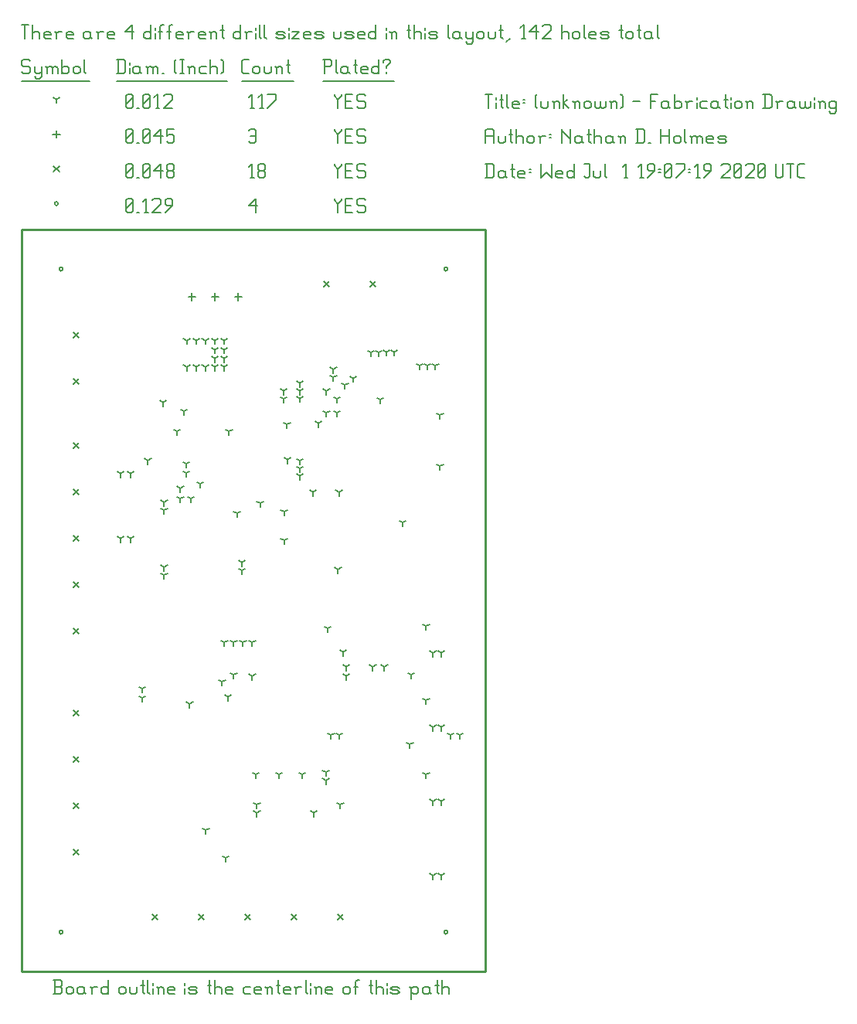
<source format=gbr>
G04 start of page 12 for group -3984 idx -3984 *
G04 Title: (unknown), fab *
G04 Creator: pcb 4.0.2 *
G04 CreationDate: Wed Jul  1 19:07:19 2020 UTC *
G04 For: ndholmes *
G04 Format: Gerber/RS-274X *
G04 PCB-Dimensions (mil): 2000.00 3200.00 *
G04 PCB-Coordinate-Origin: lower left *
%MOIN*%
%FSLAX25Y25*%
%LNFAB*%
%ADD62C,0.0100*%
%ADD61C,0.0060*%
%ADD60R,0.0080X0.0080*%
G54D60*X16200Y17000D02*G75*G03X17800Y17000I800J0D01*G01*
G75*G03X16200Y17000I-800J0D01*G01*
Y303000D02*G75*G03X17800Y303000I800J0D01*G01*
G75*G03X16200Y303000I-800J0D01*G01*
X182200D02*G75*G03X183800Y303000I800J0D01*G01*
G75*G03X182200Y303000I-800J0D01*G01*
Y17000D02*G75*G03X183800Y17000I800J0D01*G01*
G75*G03X182200Y17000I-800J0D01*G01*
X14200Y331250D02*G75*G03X15800Y331250I800J0D01*G01*
G75*G03X14200Y331250I-800J0D01*G01*
G54D61*X135000Y333500D02*Y332750D01*
X136500Y331250D01*
X138000Y332750D01*
Y333500D02*Y332750D01*
X136500Y331250D02*Y327500D01*
X139800Y330500D02*X142050D01*
X139800Y327500D02*X142800D01*
X139800Y333500D02*Y327500D01*
Y333500D02*X142800D01*
X147600D02*X148350Y332750D01*
X145350Y333500D02*X147600D01*
X144600Y332750D02*X145350Y333500D01*
X144600Y332750D02*Y331250D01*
X145350Y330500D01*
X147600D01*
X148350Y329750D01*
Y328250D01*
X147600Y327500D02*X148350Y328250D01*
X145350Y327500D02*X147600D01*
X144600Y328250D02*X145350Y327500D01*
X98000Y330500D02*X101000Y333500D01*
X98000Y330500D02*X101750D01*
X101000Y333500D02*Y327500D01*
X45000Y328250D02*X45750Y327500D01*
X45000Y332750D02*Y328250D01*
Y332750D02*X45750Y333500D01*
X47250D01*
X48000Y332750D01*
Y328250D01*
X47250Y327500D02*X48000Y328250D01*
X45750Y327500D02*X47250D01*
X45000Y329000D02*X48000Y332000D01*
X49800Y327500D02*X50550D01*
X53100D02*X54600D01*
X53850Y333500D02*Y327500D01*
X52350Y332000D02*X53850Y333500D01*
X56400Y332750D02*X57150Y333500D01*
X59400D01*
X60150Y332750D01*
Y331250D01*
X56400Y327500D02*X60150Y331250D01*
X56400Y327500D02*X60150D01*
X61950D02*X64950Y330500D01*
Y332750D02*Y330500D01*
X64200Y333500D02*X64950Y332750D01*
X62700Y333500D02*X64200D01*
X61950Y332750D02*X62700Y333500D01*
X61950Y332750D02*Y331250D01*
X62700Y330500D01*
X64950D01*
X22300Y228200D02*X24700Y225800D01*
X22300D02*X24700Y228200D01*
X22300Y208200D02*X24700Y205800D01*
X22300D02*X24700Y208200D01*
X22300Y275700D02*X24700Y273300D01*
X22300D02*X24700Y275700D01*
X22300Y255700D02*X24700Y253300D01*
X22300D02*X24700Y255700D01*
X56300Y24700D02*X58700Y22300D01*
X56300D02*X58700Y24700D01*
X76300D02*X78700Y22300D01*
X76300D02*X78700Y24700D01*
X96300D02*X98700Y22300D01*
X96300D02*X98700Y24700D01*
X22300Y188200D02*X24700Y185800D01*
X22300D02*X24700Y188200D01*
X22300Y168200D02*X24700Y165800D01*
X22300D02*X24700Y168200D01*
X22300Y148200D02*X24700Y145800D01*
X22300D02*X24700Y148200D01*
X22300Y112700D02*X24700Y110300D01*
X22300D02*X24700Y112700D01*
X22300Y92700D02*X24700Y90300D01*
X22300D02*X24700Y92700D01*
X22300Y72700D02*X24700Y70300D01*
X22300D02*X24700Y72700D01*
X22300Y52700D02*X24700Y50300D01*
X22300D02*X24700Y52700D01*
X150300Y297700D02*X152700Y295300D01*
X150300D02*X152700Y297700D01*
X130300D02*X132700Y295300D01*
X130300D02*X132700Y297700D01*
X116300Y24700D02*X118700Y22300D01*
X116300D02*X118700Y24700D01*
X136300D02*X138700Y22300D01*
X136300D02*X138700Y24700D01*
X13800Y347450D02*X16200Y345050D01*
X13800D02*X16200Y347450D01*
X135000Y348500D02*Y347750D01*
X136500Y346250D01*
X138000Y347750D01*
Y348500D02*Y347750D01*
X136500Y346250D02*Y342500D01*
X139800Y345500D02*X142050D01*
X139800Y342500D02*X142800D01*
X139800Y348500D02*Y342500D01*
Y348500D02*X142800D01*
X147600D02*X148350Y347750D01*
X145350Y348500D02*X147600D01*
X144600Y347750D02*X145350Y348500D01*
X144600Y347750D02*Y346250D01*
X145350Y345500D01*
X147600D01*
X148350Y344750D01*
Y343250D01*
X147600Y342500D02*X148350Y343250D01*
X145350Y342500D02*X147600D01*
X144600Y343250D02*X145350Y342500D01*
X98750D02*X100250D01*
X99500Y348500D02*Y342500D01*
X98000Y347000D02*X99500Y348500D01*
X102050Y343250D02*X102800Y342500D01*
X102050Y344750D02*Y343250D01*
Y344750D02*X102800Y345500D01*
X104300D01*
X105050Y344750D01*
Y343250D01*
X104300Y342500D02*X105050Y343250D01*
X102800Y342500D02*X104300D01*
X102050Y346250D02*X102800Y345500D01*
X102050Y347750D02*Y346250D01*
Y347750D02*X102800Y348500D01*
X104300D01*
X105050Y347750D01*
Y346250D01*
X104300Y345500D02*X105050Y346250D01*
X45000Y343250D02*X45750Y342500D01*
X45000Y347750D02*Y343250D01*
Y347750D02*X45750Y348500D01*
X47250D01*
X48000Y347750D01*
Y343250D01*
X47250Y342500D02*X48000Y343250D01*
X45750Y342500D02*X47250D01*
X45000Y344000D02*X48000Y347000D01*
X49800Y342500D02*X50550D01*
X52350Y343250D02*X53100Y342500D01*
X52350Y347750D02*Y343250D01*
Y347750D02*X53100Y348500D01*
X54600D01*
X55350Y347750D01*
Y343250D01*
X54600Y342500D02*X55350Y343250D01*
X53100Y342500D02*X54600D01*
X52350Y344000D02*X55350Y347000D01*
X57150Y345500D02*X60150Y348500D01*
X57150Y345500D02*X60900D01*
X60150Y348500D02*Y342500D01*
X62700Y343250D02*X63450Y342500D01*
X62700Y344750D02*Y343250D01*
Y344750D02*X63450Y345500D01*
X64950D01*
X65700Y344750D01*
Y343250D01*
X64950Y342500D02*X65700Y343250D01*
X63450Y342500D02*X64950D01*
X62700Y346250D02*X63450Y345500D01*
X62700Y347750D02*Y346250D01*
Y347750D02*X63450Y348500D01*
X64950D01*
X65700Y347750D01*
Y346250D01*
X64950Y345500D02*X65700Y346250D01*
X93500Y292600D02*Y289400D01*
X91900Y291000D02*X95100D01*
X83500Y292600D02*Y289400D01*
X81900Y291000D02*X85100D01*
X73500Y292600D02*Y289400D01*
X71900Y291000D02*X75100D01*
X15000Y362850D02*Y359650D01*
X13400Y361250D02*X16600D01*
X135000Y363500D02*Y362750D01*
X136500Y361250D01*
X138000Y362750D01*
Y363500D02*Y362750D01*
X136500Y361250D02*Y357500D01*
X139800Y360500D02*X142050D01*
X139800Y357500D02*X142800D01*
X139800Y363500D02*Y357500D01*
Y363500D02*X142800D01*
X147600D02*X148350Y362750D01*
X145350Y363500D02*X147600D01*
X144600Y362750D02*X145350Y363500D01*
X144600Y362750D02*Y361250D01*
X145350Y360500D01*
X147600D01*
X148350Y359750D01*
Y358250D01*
X147600Y357500D02*X148350Y358250D01*
X145350Y357500D02*X147600D01*
X144600Y358250D02*X145350Y357500D01*
X98000Y362750D02*X98750Y363500D01*
X100250D01*
X101000Y362750D01*
Y358250D01*
X100250Y357500D02*X101000Y358250D01*
X98750Y357500D02*X100250D01*
X98000Y358250D02*X98750Y357500D01*
Y360500D02*X101000D01*
X45000Y358250D02*X45750Y357500D01*
X45000Y362750D02*Y358250D01*
Y362750D02*X45750Y363500D01*
X47250D01*
X48000Y362750D01*
Y358250D01*
X47250Y357500D02*X48000Y358250D01*
X45750Y357500D02*X47250D01*
X45000Y359000D02*X48000Y362000D01*
X49800Y357500D02*X50550D01*
X52350Y358250D02*X53100Y357500D01*
X52350Y362750D02*Y358250D01*
Y362750D02*X53100Y363500D01*
X54600D01*
X55350Y362750D01*
Y358250D01*
X54600Y357500D02*X55350Y358250D01*
X53100Y357500D02*X54600D01*
X52350Y359000D02*X55350Y362000D01*
X57150Y360500D02*X60150Y363500D01*
X57150Y360500D02*X60900D01*
X60150Y363500D02*Y357500D01*
X62700Y363500D02*X65700D01*
X62700D02*Y360500D01*
X63450Y361250D01*
X64950D01*
X65700Y360500D01*
Y358250D01*
X64950Y357500D02*X65700Y358250D01*
X63450Y357500D02*X64950D01*
X62700Y358250D02*X63450Y357500D01*
X52000Y122000D02*Y120400D01*
Y122000D02*X53387Y122800D01*
X52000Y122000D02*X50613Y122800D01*
X42800Y214800D02*Y213200D01*
Y214800D02*X44187Y215600D01*
X42800Y214800D02*X41413Y215600D01*
X47100Y214800D02*Y213200D01*
Y214800D02*X48487Y215600D01*
X47100Y214800D02*X45713Y215600D01*
X71200Y272200D02*Y270600D01*
Y272200D02*X72587Y273000D01*
X71200Y272200D02*X69813Y273000D01*
X75300Y272200D02*Y270600D01*
Y272200D02*X76687Y273000D01*
X75300Y272200D02*X73913Y273000D01*
X79200Y272200D02*Y270600D01*
Y272200D02*X80587Y273000D01*
X79200Y272200D02*X77813Y273000D01*
X87400Y272200D02*Y270600D01*
Y272200D02*X88787Y273000D01*
X87400Y272200D02*X86013Y273000D01*
X83300Y272200D02*Y270600D01*
Y272200D02*X84687Y273000D01*
X83300Y272200D02*X81913Y273000D01*
X71200Y260800D02*Y259200D01*
Y260800D02*X72587Y261600D01*
X71200Y260800D02*X69813Y261600D01*
X75300Y260800D02*Y259200D01*
Y260800D02*X76687Y261600D01*
X75300Y260800D02*X73913Y261600D01*
X79200Y260800D02*Y259200D01*
Y260800D02*X80587Y261600D01*
X79200Y260800D02*X77813Y261600D01*
X87400Y260800D02*Y259200D01*
Y260800D02*X88787Y261600D01*
X87400Y260800D02*X86013Y261600D01*
X83300Y260800D02*Y259200D01*
Y260800D02*X84687Y261600D01*
X83300Y260800D02*X81913Y261600D01*
X87400Y268200D02*Y266600D01*
Y268200D02*X88787Y269000D01*
X87400Y268200D02*X86013Y269000D01*
X83300Y268200D02*Y266600D01*
Y268200D02*X84687Y269000D01*
X83300Y268200D02*X81913Y269000D01*
X87400Y264500D02*Y262900D01*
Y264500D02*X88787Y265300D01*
X87400Y264500D02*X86013Y265300D01*
X83300Y264500D02*Y262900D01*
Y264500D02*X84687Y265300D01*
X83300Y264500D02*X81913Y265300D01*
X134500Y256400D02*Y254800D01*
Y256400D02*X135887Y257200D01*
X134500Y256400D02*X133113Y257200D01*
X134500Y259800D02*Y258200D01*
Y259800D02*X135887Y260600D01*
X134500Y259800D02*X133113Y260600D01*
X157400Y267200D02*Y265600D01*
Y267200D02*X158787Y268000D01*
X157400Y267200D02*X156013Y268000D01*
X154000Y267100D02*Y265500D01*
Y267100D02*X155387Y267900D01*
X154000Y267100D02*X152613Y267900D01*
X160600Y267200D02*Y265600D01*
Y267200D02*X161987Y268000D01*
X160600Y267200D02*X159213Y268000D01*
X150800Y267100D02*Y265500D01*
Y267100D02*X152187Y267900D01*
X150800Y267100D02*X149413Y267900D01*
X171600Y261300D02*Y259700D01*
Y261300D02*X172987Y262100D01*
X171600Y261300D02*X170213Y262100D01*
X175100Y261300D02*Y259700D01*
Y261300D02*X176487Y262100D01*
X175100Y261300D02*X173713Y262100D01*
X178500Y261300D02*Y259700D01*
Y261300D02*X179887Y262100D01*
X178500Y261300D02*X177113Y262100D01*
X154700Y246600D02*Y245000D01*
Y246600D02*X156087Y247400D01*
X154700Y246600D02*X153313Y247400D01*
X143100Y255900D02*Y254300D01*
Y255900D02*X144487Y256700D01*
X143100Y255900D02*X141713Y256700D01*
X164400Y193700D02*Y192100D01*
Y193700D02*X165787Y194500D01*
X164400Y193700D02*X163013Y194500D01*
X136000Y241000D02*Y239400D01*
Y241000D02*X137387Y241800D01*
X136000Y241000D02*X134613Y241800D01*
X136000Y247000D02*Y245400D01*
Y247000D02*X137387Y247800D01*
X136000Y247000D02*X134613Y247800D01*
X131500Y250500D02*Y248900D01*
Y250500D02*X132887Y251300D01*
X131500Y250500D02*X130113Y251300D01*
X131500Y241000D02*Y239400D01*
Y241000D02*X132887Y241800D01*
X131500Y241000D02*X130113Y241800D01*
X139500Y253000D02*Y251400D01*
Y253000D02*X140887Y253800D01*
X139500Y253000D02*X138113Y253800D01*
X128000Y236500D02*Y234900D01*
Y236500D02*X129387Y237300D01*
X128000Y236500D02*X126613Y237300D01*
X113200Y186000D02*Y184400D01*
Y186000D02*X114587Y186800D01*
X113200Y186000D02*X111813Y186800D01*
X136500Y173500D02*Y171900D01*
Y173500D02*X137887Y174300D01*
X136500Y173500D02*X135113Y174300D01*
X132000Y148000D02*Y146400D01*
Y148000D02*X133387Y148800D01*
X132000Y148000D02*X130613Y148800D01*
X113200Y198400D02*Y196800D01*
Y198400D02*X114587Y199200D01*
X113200Y198400D02*X111813Y199200D01*
X125800Y206800D02*Y205200D01*
Y206800D02*X127187Y207600D01*
X125800Y206800D02*X124413Y207600D01*
X102900Y202100D02*Y200500D01*
Y202100D02*X104287Y202900D01*
X102900Y202100D02*X101513Y202900D01*
X136900Y206800D02*Y205200D01*
Y206800D02*X138287Y207600D01*
X136900Y206800D02*X135513Y207600D01*
X114600Y220800D02*Y219200D01*
Y220800D02*X115987Y221600D01*
X114600Y220800D02*X113213Y221600D01*
X114500Y236000D02*Y234400D01*
Y236000D02*X115887Y236800D01*
X114500Y236000D02*X113113Y236800D01*
X120100Y213800D02*Y212200D01*
Y213800D02*X121487Y214600D01*
X120100Y213800D02*X118713Y214600D01*
X120100Y217100D02*Y215500D01*
Y217100D02*X121487Y217900D01*
X120100Y217100D02*X118713Y217900D01*
X120100Y220400D02*Y218800D01*
Y220400D02*X121487Y221200D01*
X120100Y220400D02*X118713Y221200D01*
X120000Y247200D02*Y245600D01*
Y247200D02*X121387Y248000D01*
X120000Y247200D02*X118613Y248000D01*
X120000Y250500D02*Y248900D01*
Y250500D02*X121387Y251300D01*
X120000Y250500D02*X118613Y251300D01*
X120000Y253800D02*Y252200D01*
Y253800D02*X121387Y254600D01*
X120000Y253800D02*X118613Y254600D01*
X113000Y247000D02*Y245400D01*
Y247000D02*X114387Y247800D01*
X113000Y247000D02*X111613Y247800D01*
X113000Y250500D02*Y248900D01*
Y250500D02*X114387Y251300D01*
X113000Y250500D02*X111613Y251300D01*
X61500Y202500D02*Y200900D01*
Y202500D02*X62887Y203300D01*
X61500Y202500D02*X60113Y203300D01*
X61500Y199000D02*Y197400D01*
Y199000D02*X62887Y199800D01*
X61500Y199000D02*X60113Y199800D01*
X54500Y220500D02*Y218900D01*
Y220500D02*X55887Y221300D01*
X54500Y220500D02*X53113Y221300D01*
X67000Y233000D02*Y231400D01*
Y233000D02*X68387Y233800D01*
X67000Y233000D02*X65613Y233800D01*
X42700Y186800D02*Y185200D01*
Y186800D02*X44087Y187600D01*
X42700Y186800D02*X41313Y187600D01*
X47000Y186800D02*Y185200D01*
Y186800D02*X48387Y187600D01*
X47000Y186800D02*X45613Y187600D01*
X61500Y174500D02*Y172900D01*
Y174500D02*X62887Y175300D01*
X61500Y174500D02*X60113Y175300D01*
X61500Y171000D02*Y169400D01*
Y171000D02*X62887Y171800D01*
X61500Y171000D02*X60113Y171800D01*
X71000Y219000D02*Y217400D01*
Y219000D02*X72387Y219800D01*
X71000Y219000D02*X69613Y219800D01*
X68500Y208500D02*Y206900D01*
Y208500D02*X69887Y209300D01*
X68500Y208500D02*X67113Y209300D01*
X68500Y204000D02*Y202400D01*
Y204000D02*X69887Y204800D01*
X68500Y204000D02*X67113Y204800D01*
X71000Y215000D02*Y213400D01*
Y215000D02*X72387Y215800D01*
X71000Y215000D02*X69613Y215800D01*
X73000Y204000D02*Y202400D01*
Y204000D02*X74387Y204800D01*
X73000Y204000D02*X71613Y204800D01*
X95000Y176500D02*Y174900D01*
Y176500D02*X96387Y177300D01*
X95000Y176500D02*X93613Y177300D01*
X95000Y173000D02*Y171400D01*
Y173000D02*X96387Y173800D01*
X95000Y173000D02*X93613Y173800D01*
X92900Y197700D02*Y196100D01*
Y197700D02*X94287Y198500D01*
X92900Y197700D02*X91513Y198500D01*
X77000Y210400D02*Y208800D01*
Y210400D02*X78387Y211200D01*
X77000Y210400D02*X75613Y211200D01*
X70000Y241600D02*Y240000D01*
Y241600D02*X71387Y242400D01*
X70000Y241600D02*X68613Y242400D01*
X89500Y233000D02*Y231400D01*
Y233000D02*X90887Y233800D01*
X89500Y233000D02*X88113Y233800D01*
X180500Y240000D02*Y238400D01*
Y240000D02*X181887Y240800D01*
X180500Y240000D02*X179113Y240800D01*
X180500Y218000D02*Y216400D01*
Y218000D02*X181887Y218800D01*
X180500Y218000D02*X179113Y218800D01*
X52000Y118000D02*Y116400D01*
Y118000D02*X53387Y118800D01*
X52000Y118000D02*X50613Y118800D01*
X177500Y41500D02*Y39900D01*
Y41500D02*X178887Y42300D01*
X177500Y41500D02*X176113Y42300D01*
X181000Y41500D02*Y39900D01*
Y41500D02*X182387Y42300D01*
X181000Y41500D02*X179613Y42300D01*
X177500Y73500D02*Y71900D01*
Y73500D02*X178887Y74300D01*
X177500Y73500D02*X176113Y74300D01*
X181000Y73500D02*Y71900D01*
Y73500D02*X182387Y74300D01*
X181000Y73500D02*X179613Y74300D01*
X177500Y105500D02*Y103900D01*
Y105500D02*X178887Y106300D01*
X177500Y105500D02*X176113Y106300D01*
X181000Y105500D02*Y103900D01*
Y105500D02*X182387Y106300D01*
X181000Y105500D02*X179613Y106300D01*
X177500Y137500D02*Y135900D01*
Y137500D02*X178887Y138300D01*
X177500Y137500D02*X176113Y138300D01*
X181000Y137500D02*Y135900D01*
Y137500D02*X182387Y138300D01*
X181000Y137500D02*X179613Y138300D01*
X174500Y85000D02*Y83400D01*
Y85000D02*X175887Y85800D01*
X174500Y85000D02*X173113Y85800D01*
X174500Y117000D02*Y115400D01*
Y117000D02*X175887Y117800D01*
X174500Y117000D02*X173113Y117800D01*
X174500Y149000D02*Y147400D01*
Y149000D02*X175887Y149800D01*
X174500Y149000D02*X173113Y149800D01*
X61000Y245500D02*Y243900D01*
Y245500D02*X62387Y246300D01*
X61000Y245500D02*X59613Y246300D01*
X79500Y61000D02*Y59400D01*
Y61000D02*X80887Y61800D01*
X79500Y61000D02*X78113Y61800D01*
X88000Y49000D02*Y47400D01*
Y49000D02*X89387Y49800D01*
X88000Y49000D02*X86613Y49800D01*
X101500Y72000D02*Y70400D01*
Y72000D02*X102887Y72800D01*
X101500Y72000D02*X100113Y72800D01*
X137500Y72000D02*Y70400D01*
Y72000D02*X138887Y72800D01*
X137500Y72000D02*X136113Y72800D01*
X101500Y68500D02*Y66900D01*
Y68500D02*X102887Y69300D01*
X101500Y68500D02*X100113Y69300D01*
X126000Y68500D02*Y66900D01*
Y68500D02*X127387Y69300D01*
X126000Y68500D02*X124613Y69300D01*
X131200Y86000D02*Y84400D01*
Y86000D02*X132587Y86800D01*
X131200Y86000D02*X129813Y86800D01*
X131200Y82500D02*Y80900D01*
Y82500D02*X132587Y83300D01*
X131200Y82500D02*X129813Y83300D01*
X137000Y102000D02*Y100400D01*
Y102000D02*X138387Y102800D01*
X137000Y102000D02*X135613Y102800D01*
X133500Y102000D02*Y100400D01*
Y102000D02*X134887Y102800D01*
X133500Y102000D02*X132113Y102800D01*
X189000Y102000D02*Y100400D01*
Y102000D02*X190387Y102800D01*
X189000Y102000D02*X187613Y102800D01*
X185000Y102000D02*Y100400D01*
Y102000D02*X186387Y102800D01*
X185000Y102000D02*X183613Y102800D01*
X86500Y125000D02*Y123400D01*
Y125000D02*X87887Y125800D01*
X86500Y125000D02*X85113Y125800D01*
X101000Y85000D02*Y83400D01*
Y85000D02*X102387Y85800D01*
X101000Y85000D02*X99613Y85800D01*
X111000Y85000D02*Y83400D01*
Y85000D02*X112387Y85800D01*
X111000Y85000D02*X109613Y85800D01*
X121000Y85000D02*Y83400D01*
Y85000D02*X122387Y85800D01*
X121000Y85000D02*X119613Y85800D01*
X89000Y118500D02*Y116900D01*
Y118500D02*X90387Y119300D01*
X89000Y118500D02*X87613Y119300D01*
X87500Y142000D02*Y140400D01*
Y142000D02*X88887Y142800D01*
X87500Y142000D02*X86113Y142800D01*
X91500Y142000D02*Y140400D01*
Y142000D02*X92887Y142800D01*
X91500Y142000D02*X90113Y142800D01*
X72500Y115500D02*Y113900D01*
Y115500D02*X73887Y116300D01*
X72500Y115500D02*X71113Y116300D01*
X91500Y128000D02*Y126400D01*
Y128000D02*X92887Y128800D01*
X91500Y128000D02*X90113Y128800D01*
X95500Y142000D02*Y140400D01*
Y142000D02*X96887Y142800D01*
X95500Y142000D02*X94113Y142800D01*
X99500Y142000D02*Y140400D01*
Y142000D02*X100887Y142800D01*
X99500Y142000D02*X98113Y142800D01*
X99500Y127500D02*Y125900D01*
Y127500D02*X100887Y128300D01*
X99500Y127500D02*X98113Y128300D01*
X138804Y137804D02*Y136204D01*
Y137804D02*X140191Y138604D01*
X138804Y137804D02*X137417Y138604D01*
X156500Y131500D02*Y129900D01*
Y131500D02*X157887Y132300D01*
X156500Y131500D02*X155113Y132300D01*
X151500Y131500D02*Y129900D01*
Y131500D02*X152887Y132300D01*
X151500Y131500D02*X150113Y132300D01*
X168000Y128000D02*Y126400D01*
Y128000D02*X169387Y128800D01*
X168000Y128000D02*X166613Y128800D01*
X140000Y131500D02*Y129900D01*
Y131500D02*X141387Y132300D01*
X140000Y131500D02*X138613Y132300D01*
X140000Y127500D02*Y125900D01*
Y127500D02*X141387Y128300D01*
X140000Y127500D02*X138613Y128300D01*
X167500Y98000D02*Y96400D01*
Y98000D02*X168887Y98800D01*
X167500Y98000D02*X166113Y98800D01*
X15000Y376250D02*Y374650D01*
Y376250D02*X16387Y377050D01*
X15000Y376250D02*X13613Y377050D01*
X135000Y378500D02*Y377750D01*
X136500Y376250D01*
X138000Y377750D01*
Y378500D02*Y377750D01*
X136500Y376250D02*Y372500D01*
X139800Y375500D02*X142050D01*
X139800Y372500D02*X142800D01*
X139800Y378500D02*Y372500D01*
Y378500D02*X142800D01*
X147600D02*X148350Y377750D01*
X145350Y378500D02*X147600D01*
X144600Y377750D02*X145350Y378500D01*
X144600Y377750D02*Y376250D01*
X145350Y375500D01*
X147600D01*
X148350Y374750D01*
Y373250D01*
X147600Y372500D02*X148350Y373250D01*
X145350Y372500D02*X147600D01*
X144600Y373250D02*X145350Y372500D01*
X98750D02*X100250D01*
X99500Y378500D02*Y372500D01*
X98000Y377000D02*X99500Y378500D01*
X102800Y372500D02*X104300D01*
X103550Y378500D02*Y372500D01*
X102050Y377000D02*X103550Y378500D01*
X106100Y372500D02*X109850Y376250D01*
Y378500D02*Y376250D01*
X106100Y378500D02*X109850D01*
X45000Y373250D02*X45750Y372500D01*
X45000Y377750D02*Y373250D01*
Y377750D02*X45750Y378500D01*
X47250D01*
X48000Y377750D01*
Y373250D01*
X47250Y372500D02*X48000Y373250D01*
X45750Y372500D02*X47250D01*
X45000Y374000D02*X48000Y377000D01*
X49800Y372500D02*X50550D01*
X52350Y373250D02*X53100Y372500D01*
X52350Y377750D02*Y373250D01*
Y377750D02*X53100Y378500D01*
X54600D01*
X55350Y377750D01*
Y373250D01*
X54600Y372500D02*X55350Y373250D01*
X53100Y372500D02*X54600D01*
X52350Y374000D02*X55350Y377000D01*
X57900Y372500D02*X59400D01*
X58650Y378500D02*Y372500D01*
X57150Y377000D02*X58650Y378500D01*
X61200Y377750D02*X61950Y378500D01*
X64200D01*
X64950Y377750D01*
Y376250D01*
X61200Y372500D02*X64950Y376250D01*
X61200Y372500D02*X64950D01*
X3000Y393500D02*X3750Y392750D01*
X750Y393500D02*X3000D01*
X0Y392750D02*X750Y393500D01*
X0Y392750D02*Y391250D01*
X750Y390500D01*
X3000D01*
X3750Y389750D01*
Y388250D01*
X3000Y387500D02*X3750Y388250D01*
X750Y387500D02*X3000D01*
X0Y388250D02*X750Y387500D01*
X5550Y390500D02*Y388250D01*
X6300Y387500D01*
X8550Y390500D02*Y386000D01*
X7800Y385250D02*X8550Y386000D01*
X6300Y385250D02*X7800D01*
X5550Y386000D02*X6300Y385250D01*
Y387500D02*X7800D01*
X8550Y388250D01*
X11100Y389750D02*Y387500D01*
Y389750D02*X11850Y390500D01*
X12600D01*
X13350Y389750D01*
Y387500D01*
Y389750D02*X14100Y390500D01*
X14850D01*
X15600Y389750D01*
Y387500D01*
X10350Y390500D02*X11100Y389750D01*
X17400Y393500D02*Y387500D01*
Y388250D02*X18150Y387500D01*
X19650D01*
X20400Y388250D01*
Y389750D02*Y388250D01*
X19650Y390500D02*X20400Y389750D01*
X18150Y390500D02*X19650D01*
X17400Y389750D02*X18150Y390500D01*
X22200Y389750D02*Y388250D01*
Y389750D02*X22950Y390500D01*
X24450D01*
X25200Y389750D01*
Y388250D01*
X24450Y387500D02*X25200Y388250D01*
X22950Y387500D02*X24450D01*
X22200Y388250D02*X22950Y387500D01*
X27000Y393500D02*Y388250D01*
X27750Y387500D01*
X0Y384250D02*X29250D01*
X41750Y393500D02*Y387500D01*
X44000Y393500D02*X44750Y392750D01*
Y388250D01*
X44000Y387500D02*X44750Y388250D01*
X41000Y387500D02*X44000D01*
X41000Y393500D02*X44000D01*
X46550Y392000D02*Y391250D01*
Y389750D02*Y387500D01*
X50300Y390500D02*X51050Y389750D01*
X48800Y390500D02*X50300D01*
X48050Y389750D02*X48800Y390500D01*
X48050Y389750D02*Y388250D01*
X48800Y387500D01*
X51050Y390500D02*Y388250D01*
X51800Y387500D01*
X48800D02*X50300D01*
X51050Y388250D01*
X54350Y389750D02*Y387500D01*
Y389750D02*X55100Y390500D01*
X55850D01*
X56600Y389750D01*
Y387500D01*
Y389750D02*X57350Y390500D01*
X58100D01*
X58850Y389750D01*
Y387500D01*
X53600Y390500D02*X54350Y389750D01*
X60650Y387500D02*X61400D01*
X65900Y388250D02*X66650Y387500D01*
X65900Y392750D02*X66650Y393500D01*
X65900Y392750D02*Y388250D01*
X68450Y393500D02*X69950D01*
X69200D02*Y387500D01*
X68450D02*X69950D01*
X72500Y389750D02*Y387500D01*
Y389750D02*X73250Y390500D01*
X74000D01*
X74750Y389750D01*
Y387500D01*
X71750Y390500D02*X72500Y389750D01*
X77300Y390500D02*X79550D01*
X76550Y389750D02*X77300Y390500D01*
X76550Y389750D02*Y388250D01*
X77300Y387500D01*
X79550D01*
X81350Y393500D02*Y387500D01*
Y389750D02*X82100Y390500D01*
X83600D01*
X84350Y389750D01*
Y387500D01*
X86150Y393500D02*X86900Y392750D01*
Y388250D01*
X86150Y387500D02*X86900Y388250D01*
X41000Y384250D02*X88700D01*
X95750Y387500D02*X98000D01*
X95000Y388250D02*X95750Y387500D01*
X95000Y392750D02*Y388250D01*
Y392750D02*X95750Y393500D01*
X98000D01*
X99800Y389750D02*Y388250D01*
Y389750D02*X100550Y390500D01*
X102050D01*
X102800Y389750D01*
Y388250D01*
X102050Y387500D02*X102800Y388250D01*
X100550Y387500D02*X102050D01*
X99800Y388250D02*X100550Y387500D01*
X104600Y390500D02*Y388250D01*
X105350Y387500D01*
X106850D01*
X107600Y388250D01*
Y390500D02*Y388250D01*
X110150Y389750D02*Y387500D01*
Y389750D02*X110900Y390500D01*
X111650D01*
X112400Y389750D01*
Y387500D01*
X109400Y390500D02*X110150Y389750D01*
X114950Y393500D02*Y388250D01*
X115700Y387500D01*
X114200Y391250D02*X115700D01*
X95000Y384250D02*X117200D01*
X130750Y393500D02*Y387500D01*
X130000Y393500D02*X133000D01*
X133750Y392750D01*
Y391250D01*
X133000Y390500D02*X133750Y391250D01*
X130750Y390500D02*X133000D01*
X135550Y393500D02*Y388250D01*
X136300Y387500D01*
X140050Y390500D02*X140800Y389750D01*
X138550Y390500D02*X140050D01*
X137800Y389750D02*X138550Y390500D01*
X137800Y389750D02*Y388250D01*
X138550Y387500D01*
X140800Y390500D02*Y388250D01*
X141550Y387500D01*
X138550D02*X140050D01*
X140800Y388250D01*
X144100Y393500D02*Y388250D01*
X144850Y387500D01*
X143350Y391250D02*X144850D01*
X147100Y387500D02*X149350D01*
X146350Y388250D02*X147100Y387500D01*
X146350Y389750D02*Y388250D01*
Y389750D02*X147100Y390500D01*
X148600D01*
X149350Y389750D01*
X146350Y389000D02*X149350D01*
Y389750D02*Y389000D01*
X154150Y393500D02*Y387500D01*
X153400D02*X154150Y388250D01*
X151900Y387500D02*X153400D01*
X151150Y388250D02*X151900Y387500D01*
X151150Y389750D02*Y388250D01*
Y389750D02*X151900Y390500D01*
X153400D01*
X154150Y389750D01*
X157450Y390500D02*Y389750D01*
Y388250D02*Y387500D01*
X155950Y392750D02*Y392000D01*
Y392750D02*X156700Y393500D01*
X158200D01*
X158950Y392750D01*
Y392000D01*
X157450Y390500D02*X158950Y392000D01*
X130000Y384250D02*X160750D01*
X0Y408500D02*X3000D01*
X1500D02*Y402500D01*
X4800Y408500D02*Y402500D01*
Y404750D02*X5550Y405500D01*
X7050D01*
X7800Y404750D01*
Y402500D01*
X10350D02*X12600D01*
X9600Y403250D02*X10350Y402500D01*
X9600Y404750D02*Y403250D01*
Y404750D02*X10350Y405500D01*
X11850D01*
X12600Y404750D01*
X9600Y404000D02*X12600D01*
Y404750D02*Y404000D01*
X15150Y404750D02*Y402500D01*
Y404750D02*X15900Y405500D01*
X17400D01*
X14400D02*X15150Y404750D01*
X19950Y402500D02*X22200D01*
X19200Y403250D02*X19950Y402500D01*
X19200Y404750D02*Y403250D01*
Y404750D02*X19950Y405500D01*
X21450D01*
X22200Y404750D01*
X19200Y404000D02*X22200D01*
Y404750D02*Y404000D01*
X28950Y405500D02*X29700Y404750D01*
X27450Y405500D02*X28950D01*
X26700Y404750D02*X27450Y405500D01*
X26700Y404750D02*Y403250D01*
X27450Y402500D01*
X29700Y405500D02*Y403250D01*
X30450Y402500D01*
X27450D02*X28950D01*
X29700Y403250D01*
X33000Y404750D02*Y402500D01*
Y404750D02*X33750Y405500D01*
X35250D01*
X32250D02*X33000Y404750D01*
X37800Y402500D02*X40050D01*
X37050Y403250D02*X37800Y402500D01*
X37050Y404750D02*Y403250D01*
Y404750D02*X37800Y405500D01*
X39300D01*
X40050Y404750D01*
X37050Y404000D02*X40050D01*
Y404750D02*Y404000D01*
X44550Y405500D02*X47550Y408500D01*
X44550Y405500D02*X48300D01*
X47550Y408500D02*Y402500D01*
X55800Y408500D02*Y402500D01*
X55050D02*X55800Y403250D01*
X53550Y402500D02*X55050D01*
X52800Y403250D02*X53550Y402500D01*
X52800Y404750D02*Y403250D01*
Y404750D02*X53550Y405500D01*
X55050D01*
X55800Y404750D01*
X57600Y407000D02*Y406250D01*
Y404750D02*Y402500D01*
X59850Y407750D02*Y402500D01*
Y407750D02*X60600Y408500D01*
X61350D01*
X59100Y405500D02*X60600D01*
X63600Y407750D02*Y402500D01*
Y407750D02*X64350Y408500D01*
X65100D01*
X62850Y405500D02*X64350D01*
X67350Y402500D02*X69600D01*
X66600Y403250D02*X67350Y402500D01*
X66600Y404750D02*Y403250D01*
Y404750D02*X67350Y405500D01*
X68850D01*
X69600Y404750D01*
X66600Y404000D02*X69600D01*
Y404750D02*Y404000D01*
X72150Y404750D02*Y402500D01*
Y404750D02*X72900Y405500D01*
X74400D01*
X71400D02*X72150Y404750D01*
X76950Y402500D02*X79200D01*
X76200Y403250D02*X76950Y402500D01*
X76200Y404750D02*Y403250D01*
Y404750D02*X76950Y405500D01*
X78450D01*
X79200Y404750D01*
X76200Y404000D02*X79200D01*
Y404750D02*Y404000D01*
X81750Y404750D02*Y402500D01*
Y404750D02*X82500Y405500D01*
X83250D01*
X84000Y404750D01*
Y402500D01*
X81000Y405500D02*X81750Y404750D01*
X86550Y408500D02*Y403250D01*
X87300Y402500D01*
X85800Y406250D02*X87300D01*
X94500Y408500D02*Y402500D01*
X93750D02*X94500Y403250D01*
X92250Y402500D02*X93750D01*
X91500Y403250D02*X92250Y402500D01*
X91500Y404750D02*Y403250D01*
Y404750D02*X92250Y405500D01*
X93750D01*
X94500Y404750D01*
X97050D02*Y402500D01*
Y404750D02*X97800Y405500D01*
X99300D01*
X96300D02*X97050Y404750D01*
X101100Y407000D02*Y406250D01*
Y404750D02*Y402500D01*
X102600Y408500D02*Y403250D01*
X103350Y402500D01*
X104850Y408500D02*Y403250D01*
X105600Y402500D01*
X110550D02*X112800D01*
X113550Y403250D01*
X112800Y404000D02*X113550Y403250D01*
X110550Y404000D02*X112800D01*
X109800Y404750D02*X110550Y404000D01*
X109800Y404750D02*X110550Y405500D01*
X112800D01*
X113550Y404750D01*
X109800Y403250D02*X110550Y402500D01*
X115350Y407000D02*Y406250D01*
Y404750D02*Y402500D01*
X116850Y405500D02*X119850D01*
X116850Y402500D02*X119850Y405500D01*
X116850Y402500D02*X119850D01*
X122400D02*X124650D01*
X121650Y403250D02*X122400Y402500D01*
X121650Y404750D02*Y403250D01*
Y404750D02*X122400Y405500D01*
X123900D01*
X124650Y404750D01*
X121650Y404000D02*X124650D01*
Y404750D02*Y404000D01*
X127200Y402500D02*X129450D01*
X130200Y403250D01*
X129450Y404000D02*X130200Y403250D01*
X127200Y404000D02*X129450D01*
X126450Y404750D02*X127200Y404000D01*
X126450Y404750D02*X127200Y405500D01*
X129450D01*
X130200Y404750D01*
X126450Y403250D02*X127200Y402500D01*
X134700Y405500D02*Y403250D01*
X135450Y402500D01*
X136950D01*
X137700Y403250D01*
Y405500D02*Y403250D01*
X140250Y402500D02*X142500D01*
X143250Y403250D01*
X142500Y404000D02*X143250Y403250D01*
X140250Y404000D02*X142500D01*
X139500Y404750D02*X140250Y404000D01*
X139500Y404750D02*X140250Y405500D01*
X142500D01*
X143250Y404750D01*
X139500Y403250D02*X140250Y402500D01*
X145800D02*X148050D01*
X145050Y403250D02*X145800Y402500D01*
X145050Y404750D02*Y403250D01*
Y404750D02*X145800Y405500D01*
X147300D01*
X148050Y404750D01*
X145050Y404000D02*X148050D01*
Y404750D02*Y404000D01*
X152850Y408500D02*Y402500D01*
X152100D02*X152850Y403250D01*
X150600Y402500D02*X152100D01*
X149850Y403250D02*X150600Y402500D01*
X149850Y404750D02*Y403250D01*
Y404750D02*X150600Y405500D01*
X152100D01*
X152850Y404750D01*
X157350Y407000D02*Y406250D01*
Y404750D02*Y402500D01*
X159600Y404750D02*Y402500D01*
Y404750D02*X160350Y405500D01*
X161100D01*
X161850Y404750D01*
Y402500D01*
X158850Y405500D02*X159600Y404750D01*
X167100Y408500D02*Y403250D01*
X167850Y402500D01*
X166350Y406250D02*X167850D01*
X169350Y408500D02*Y402500D01*
Y404750D02*X170100Y405500D01*
X171600D01*
X172350Y404750D01*
Y402500D01*
X174150Y407000D02*Y406250D01*
Y404750D02*Y402500D01*
X176400D02*X178650D01*
X179400Y403250D01*
X178650Y404000D02*X179400Y403250D01*
X176400Y404000D02*X178650D01*
X175650Y404750D02*X176400Y404000D01*
X175650Y404750D02*X176400Y405500D01*
X178650D01*
X179400Y404750D01*
X175650Y403250D02*X176400Y402500D01*
X183900Y408500D02*Y403250D01*
X184650Y402500D01*
X188400Y405500D02*X189150Y404750D01*
X186900Y405500D02*X188400D01*
X186150Y404750D02*X186900Y405500D01*
X186150Y404750D02*Y403250D01*
X186900Y402500D01*
X189150Y405500D02*Y403250D01*
X189900Y402500D01*
X186900D02*X188400D01*
X189150Y403250D01*
X191700Y405500D02*Y403250D01*
X192450Y402500D01*
X194700Y405500D02*Y401000D01*
X193950Y400250D02*X194700Y401000D01*
X192450Y400250D02*X193950D01*
X191700Y401000D02*X192450Y400250D01*
Y402500D02*X193950D01*
X194700Y403250D01*
X196500Y404750D02*Y403250D01*
Y404750D02*X197250Y405500D01*
X198750D01*
X199500Y404750D01*
Y403250D01*
X198750Y402500D02*X199500Y403250D01*
X197250Y402500D02*X198750D01*
X196500Y403250D02*X197250Y402500D01*
X201300Y405500D02*Y403250D01*
X202050Y402500D01*
X203550D01*
X204300Y403250D01*
Y405500D02*Y403250D01*
X206850Y408500D02*Y403250D01*
X207600Y402500D01*
X206100Y406250D02*X207600D01*
X209100Y401000D02*X210600Y402500D01*
X215850D02*X217350D01*
X216600Y408500D02*Y402500D01*
X215100Y407000D02*X216600Y408500D01*
X219150Y405500D02*X222150Y408500D01*
X219150Y405500D02*X222900D01*
X222150Y408500D02*Y402500D01*
X224700Y407750D02*X225450Y408500D01*
X227700D01*
X228450Y407750D01*
Y406250D01*
X224700Y402500D02*X228450Y406250D01*
X224700Y402500D02*X228450D01*
X232950Y408500D02*Y402500D01*
Y404750D02*X233700Y405500D01*
X235200D01*
X235950Y404750D01*
Y402500D01*
X237750Y404750D02*Y403250D01*
Y404750D02*X238500Y405500D01*
X240000D01*
X240750Y404750D01*
Y403250D01*
X240000Y402500D02*X240750Y403250D01*
X238500Y402500D02*X240000D01*
X237750Y403250D02*X238500Y402500D01*
X242550Y408500D02*Y403250D01*
X243300Y402500D01*
X245550D02*X247800D01*
X244800Y403250D02*X245550Y402500D01*
X244800Y404750D02*Y403250D01*
Y404750D02*X245550Y405500D01*
X247050D01*
X247800Y404750D01*
X244800Y404000D02*X247800D01*
Y404750D02*Y404000D01*
X250350Y402500D02*X252600D01*
X253350Y403250D01*
X252600Y404000D02*X253350Y403250D01*
X250350Y404000D02*X252600D01*
X249600Y404750D02*X250350Y404000D01*
X249600Y404750D02*X250350Y405500D01*
X252600D01*
X253350Y404750D01*
X249600Y403250D02*X250350Y402500D01*
X258600Y408500D02*Y403250D01*
X259350Y402500D01*
X257850Y406250D02*X259350D01*
X260850Y404750D02*Y403250D01*
Y404750D02*X261600Y405500D01*
X263100D01*
X263850Y404750D01*
Y403250D01*
X263100Y402500D02*X263850Y403250D01*
X261600Y402500D02*X263100D01*
X260850Y403250D02*X261600Y402500D01*
X266400Y408500D02*Y403250D01*
X267150Y402500D01*
X265650Y406250D02*X267150D01*
X270900Y405500D02*X271650Y404750D01*
X269400Y405500D02*X270900D01*
X268650Y404750D02*X269400Y405500D01*
X268650Y404750D02*Y403250D01*
X269400Y402500D01*
X271650Y405500D02*Y403250D01*
X272400Y402500D01*
X269400D02*X270900D01*
X271650Y403250D01*
X274200Y408500D02*Y403250D01*
X274950Y402500D01*
G54D62*X0Y0D02*X200000D01*
Y320000D01*
X0D01*
Y0D01*
G54D61*X13675Y-9500D02*X16675D01*
X17425Y-8750D01*
Y-7250D02*Y-8750D01*
X16675Y-6500D02*X17425Y-7250D01*
X14425Y-6500D02*X16675D01*
X14425Y-3500D02*Y-9500D01*
X13675Y-3500D02*X16675D01*
X17425Y-4250D01*
Y-5750D01*
X16675Y-6500D02*X17425Y-5750D01*
X19225Y-7250D02*Y-8750D01*
Y-7250D02*X19975Y-6500D01*
X21475D01*
X22225Y-7250D01*
Y-8750D01*
X21475Y-9500D02*X22225Y-8750D01*
X19975Y-9500D02*X21475D01*
X19225Y-8750D02*X19975Y-9500D01*
X26275Y-6500D02*X27025Y-7250D01*
X24775Y-6500D02*X26275D01*
X24025Y-7250D02*X24775Y-6500D01*
X24025Y-7250D02*Y-8750D01*
X24775Y-9500D01*
X27025Y-6500D02*Y-8750D01*
X27775Y-9500D01*
X24775D02*X26275D01*
X27025Y-8750D01*
X30325Y-7250D02*Y-9500D01*
Y-7250D02*X31075Y-6500D01*
X32575D01*
X29575D02*X30325Y-7250D01*
X37375Y-3500D02*Y-9500D01*
X36625D02*X37375Y-8750D01*
X35125Y-9500D02*X36625D01*
X34375Y-8750D02*X35125Y-9500D01*
X34375Y-7250D02*Y-8750D01*
Y-7250D02*X35125Y-6500D01*
X36625D01*
X37375Y-7250D01*
X41875D02*Y-8750D01*
Y-7250D02*X42625Y-6500D01*
X44125D01*
X44875Y-7250D01*
Y-8750D01*
X44125Y-9500D02*X44875Y-8750D01*
X42625Y-9500D02*X44125D01*
X41875Y-8750D02*X42625Y-9500D01*
X46675Y-6500D02*Y-8750D01*
X47425Y-9500D01*
X48925D01*
X49675Y-8750D01*
Y-6500D02*Y-8750D01*
X52225Y-3500D02*Y-8750D01*
X52975Y-9500D01*
X51475Y-5750D02*X52975D01*
X54475Y-3500D02*Y-8750D01*
X55225Y-9500D01*
X56725Y-5000D02*Y-5750D01*
Y-7250D02*Y-9500D01*
X58975Y-7250D02*Y-9500D01*
Y-7250D02*X59725Y-6500D01*
X60475D01*
X61225Y-7250D01*
Y-9500D01*
X58225Y-6500D02*X58975Y-7250D01*
X63775Y-9500D02*X66025D01*
X63025Y-8750D02*X63775Y-9500D01*
X63025Y-7250D02*Y-8750D01*
Y-7250D02*X63775Y-6500D01*
X65275D01*
X66025Y-7250D01*
X63025Y-8000D02*X66025D01*
Y-7250D02*Y-8000D01*
X70525Y-5000D02*Y-5750D01*
Y-7250D02*Y-9500D01*
X72775D02*X75025D01*
X75775Y-8750D01*
X75025Y-8000D02*X75775Y-8750D01*
X72775Y-8000D02*X75025D01*
X72025Y-7250D02*X72775Y-8000D01*
X72025Y-7250D02*X72775Y-6500D01*
X75025D01*
X75775Y-7250D01*
X72025Y-8750D02*X72775Y-9500D01*
X81025Y-3500D02*Y-8750D01*
X81775Y-9500D01*
X80275Y-5750D02*X81775D01*
X83275Y-3500D02*Y-9500D01*
Y-7250D02*X84025Y-6500D01*
X85525D01*
X86275Y-7250D01*
Y-9500D01*
X88825D02*X91075D01*
X88075Y-8750D02*X88825Y-9500D01*
X88075Y-7250D02*Y-8750D01*
Y-7250D02*X88825Y-6500D01*
X90325D01*
X91075Y-7250D01*
X88075Y-8000D02*X91075D01*
Y-7250D02*Y-8000D01*
X96325Y-6500D02*X98575D01*
X95575Y-7250D02*X96325Y-6500D01*
X95575Y-7250D02*Y-8750D01*
X96325Y-9500D01*
X98575D01*
X101125D02*X103375D01*
X100375Y-8750D02*X101125Y-9500D01*
X100375Y-7250D02*Y-8750D01*
Y-7250D02*X101125Y-6500D01*
X102625D01*
X103375Y-7250D01*
X100375Y-8000D02*X103375D01*
Y-7250D02*Y-8000D01*
X105925Y-7250D02*Y-9500D01*
Y-7250D02*X106675Y-6500D01*
X107425D01*
X108175Y-7250D01*
Y-9500D01*
X105175Y-6500D02*X105925Y-7250D01*
X110725Y-3500D02*Y-8750D01*
X111475Y-9500D01*
X109975Y-5750D02*X111475D01*
X113725Y-9500D02*X115975D01*
X112975Y-8750D02*X113725Y-9500D01*
X112975Y-7250D02*Y-8750D01*
Y-7250D02*X113725Y-6500D01*
X115225D01*
X115975Y-7250D01*
X112975Y-8000D02*X115975D01*
Y-7250D02*Y-8000D01*
X118525Y-7250D02*Y-9500D01*
Y-7250D02*X119275Y-6500D01*
X120775D01*
X117775D02*X118525Y-7250D01*
X122575Y-3500D02*Y-8750D01*
X123325Y-9500D01*
X124825Y-5000D02*Y-5750D01*
Y-7250D02*Y-9500D01*
X127075Y-7250D02*Y-9500D01*
Y-7250D02*X127825Y-6500D01*
X128575D01*
X129325Y-7250D01*
Y-9500D01*
X126325Y-6500D02*X127075Y-7250D01*
X131875Y-9500D02*X134125D01*
X131125Y-8750D02*X131875Y-9500D01*
X131125Y-7250D02*Y-8750D01*
Y-7250D02*X131875Y-6500D01*
X133375D01*
X134125Y-7250D01*
X131125Y-8000D02*X134125D01*
Y-7250D02*Y-8000D01*
X138625Y-7250D02*Y-8750D01*
Y-7250D02*X139375Y-6500D01*
X140875D01*
X141625Y-7250D01*
Y-8750D01*
X140875Y-9500D02*X141625Y-8750D01*
X139375Y-9500D02*X140875D01*
X138625Y-8750D02*X139375Y-9500D01*
X144175Y-4250D02*Y-9500D01*
Y-4250D02*X144925Y-3500D01*
X145675D01*
X143425Y-6500D02*X144925D01*
X150625Y-3500D02*Y-8750D01*
X151375Y-9500D01*
X149875Y-5750D02*X151375D01*
X152875Y-3500D02*Y-9500D01*
Y-7250D02*X153625Y-6500D01*
X155125D01*
X155875Y-7250D01*
Y-9500D01*
X157675Y-5000D02*Y-5750D01*
Y-7250D02*Y-9500D01*
X159925D02*X162175D01*
X162925Y-8750D01*
X162175Y-8000D02*X162925Y-8750D01*
X159925Y-8000D02*X162175D01*
X159175Y-7250D02*X159925Y-8000D01*
X159175Y-7250D02*X159925Y-6500D01*
X162175D01*
X162925Y-7250D01*
X159175Y-8750D02*X159925Y-9500D01*
X168175Y-7250D02*Y-11750D01*
X167425Y-6500D02*X168175Y-7250D01*
X168925Y-6500D01*
X170425D01*
X171175Y-7250D01*
Y-8750D01*
X170425Y-9500D02*X171175Y-8750D01*
X168925Y-9500D02*X170425D01*
X168175Y-8750D02*X168925Y-9500D01*
X175225Y-6500D02*X175975Y-7250D01*
X173725Y-6500D02*X175225D01*
X172975Y-7250D02*X173725Y-6500D01*
X172975Y-7250D02*Y-8750D01*
X173725Y-9500D01*
X175975Y-6500D02*Y-8750D01*
X176725Y-9500D01*
X173725D02*X175225D01*
X175975Y-8750D01*
X179275Y-3500D02*Y-8750D01*
X180025Y-9500D01*
X178525Y-5750D02*X180025D01*
X181525Y-3500D02*Y-9500D01*
Y-7250D02*X182275Y-6500D01*
X183775D01*
X184525Y-7250D01*
Y-9500D01*
X200750Y348500D02*Y342500D01*
X203000Y348500D02*X203750Y347750D01*
Y343250D01*
X203000Y342500D02*X203750Y343250D01*
X200000Y342500D02*X203000D01*
X200000Y348500D02*X203000D01*
X207800Y345500D02*X208550Y344750D01*
X206300Y345500D02*X207800D01*
X205550Y344750D02*X206300Y345500D01*
X205550Y344750D02*Y343250D01*
X206300Y342500D01*
X208550Y345500D02*Y343250D01*
X209300Y342500D01*
X206300D02*X207800D01*
X208550Y343250D01*
X211850Y348500D02*Y343250D01*
X212600Y342500D01*
X211100Y346250D02*X212600D01*
X214850Y342500D02*X217100D01*
X214100Y343250D02*X214850Y342500D01*
X214100Y344750D02*Y343250D01*
Y344750D02*X214850Y345500D01*
X216350D01*
X217100Y344750D01*
X214100Y344000D02*X217100D01*
Y344750D02*Y344000D01*
X218900Y346250D02*X219650D01*
X218900Y344750D02*X219650D01*
X224150Y348500D02*Y342500D01*
X226400Y344750D01*
X228650Y342500D01*
Y348500D02*Y342500D01*
X231200D02*X233450D01*
X230450Y343250D02*X231200Y342500D01*
X230450Y344750D02*Y343250D01*
Y344750D02*X231200Y345500D01*
X232700D01*
X233450Y344750D01*
X230450Y344000D02*X233450D01*
Y344750D02*Y344000D01*
X238250Y348500D02*Y342500D01*
X237500D02*X238250Y343250D01*
X236000Y342500D02*X237500D01*
X235250Y343250D02*X236000Y342500D01*
X235250Y344750D02*Y343250D01*
Y344750D02*X236000Y345500D01*
X237500D01*
X238250Y344750D01*
X242750Y348500D02*X245000D01*
Y343250D01*
X244250Y342500D02*X245000Y343250D01*
X243500Y342500D02*X244250D01*
X242750Y343250D02*X243500Y342500D01*
X246800Y345500D02*Y343250D01*
X247550Y342500D01*
X249050D01*
X249800Y343250D01*
Y345500D02*Y343250D01*
X251600Y348500D02*Y343250D01*
X252350Y342500D01*
X260000D02*X261500D01*
X260750Y348500D02*Y342500D01*
X259250Y347000D02*X260750Y348500D01*
X266750Y342500D02*X268250D01*
X267500Y348500D02*Y342500D01*
X266000Y347000D02*X267500Y348500D01*
X270050Y342500D02*X273050Y345500D01*
Y347750D02*Y345500D01*
X272300Y348500D02*X273050Y347750D01*
X270800Y348500D02*X272300D01*
X270050Y347750D02*X270800Y348500D01*
X270050Y347750D02*Y346250D01*
X270800Y345500D01*
X273050D01*
X274850Y346250D02*X275600D01*
X274850Y344750D02*X275600D01*
X277400Y343250D02*X278150Y342500D01*
X277400Y347750D02*Y343250D01*
Y347750D02*X278150Y348500D01*
X279650D01*
X280400Y347750D01*
Y343250D01*
X279650Y342500D02*X280400Y343250D01*
X278150Y342500D02*X279650D01*
X277400Y344000D02*X280400Y347000D01*
X282200Y342500D02*X285950Y346250D01*
Y348500D02*Y346250D01*
X282200Y348500D02*X285950D01*
X287750Y346250D02*X288500D01*
X287750Y344750D02*X288500D01*
X291050Y342500D02*X292550D01*
X291800Y348500D02*Y342500D01*
X290300Y347000D02*X291800Y348500D01*
X294350Y342500D02*X297350Y345500D01*
Y347750D02*Y345500D01*
X296600Y348500D02*X297350Y347750D01*
X295100Y348500D02*X296600D01*
X294350Y347750D02*X295100Y348500D01*
X294350Y347750D02*Y346250D01*
X295100Y345500D01*
X297350D01*
X301850Y347750D02*X302600Y348500D01*
X304850D01*
X305600Y347750D01*
Y346250D01*
X301850Y342500D02*X305600Y346250D01*
X301850Y342500D02*X305600D01*
X307400Y343250D02*X308150Y342500D01*
X307400Y347750D02*Y343250D01*
Y347750D02*X308150Y348500D01*
X309650D01*
X310400Y347750D01*
Y343250D01*
X309650Y342500D02*X310400Y343250D01*
X308150Y342500D02*X309650D01*
X307400Y344000D02*X310400Y347000D01*
X312200Y347750D02*X312950Y348500D01*
X315200D01*
X315950Y347750D01*
Y346250D01*
X312200Y342500D02*X315950Y346250D01*
X312200Y342500D02*X315950D01*
X317750Y343250D02*X318500Y342500D01*
X317750Y347750D02*Y343250D01*
Y347750D02*X318500Y348500D01*
X320000D01*
X320750Y347750D01*
Y343250D01*
X320000Y342500D02*X320750Y343250D01*
X318500Y342500D02*X320000D01*
X317750Y344000D02*X320750Y347000D01*
X325250Y348500D02*Y343250D01*
X326000Y342500D01*
X327500D01*
X328250Y343250D01*
Y348500D02*Y343250D01*
X330050Y348500D02*X333050D01*
X331550D02*Y342500D01*
X335600D02*X337850D01*
X334850Y343250D02*X335600Y342500D01*
X334850Y347750D02*Y343250D01*
Y347750D02*X335600Y348500D01*
X337850D01*
X200000Y362750D02*Y357500D01*
Y362750D02*X200750Y363500D01*
X203000D01*
X203750Y362750D01*
Y357500D01*
X200000Y360500D02*X203750D01*
X205550D02*Y358250D01*
X206300Y357500D01*
X207800D01*
X208550Y358250D01*
Y360500D02*Y358250D01*
X211100Y363500D02*Y358250D01*
X211850Y357500D01*
X210350Y361250D02*X211850D01*
X213350Y363500D02*Y357500D01*
Y359750D02*X214100Y360500D01*
X215600D01*
X216350Y359750D01*
Y357500D01*
X218150Y359750D02*Y358250D01*
Y359750D02*X218900Y360500D01*
X220400D01*
X221150Y359750D01*
Y358250D01*
X220400Y357500D02*X221150Y358250D01*
X218900Y357500D02*X220400D01*
X218150Y358250D02*X218900Y357500D01*
X223700Y359750D02*Y357500D01*
Y359750D02*X224450Y360500D01*
X225950D01*
X222950D02*X223700Y359750D01*
X227750Y361250D02*X228500D01*
X227750Y359750D02*X228500D01*
X233000Y363500D02*Y357500D01*
Y363500D02*Y362750D01*
X236750Y359000D01*
Y363500D02*Y357500D01*
X240800Y360500D02*X241550Y359750D01*
X239300Y360500D02*X240800D01*
X238550Y359750D02*X239300Y360500D01*
X238550Y359750D02*Y358250D01*
X239300Y357500D01*
X241550Y360500D02*Y358250D01*
X242300Y357500D01*
X239300D02*X240800D01*
X241550Y358250D01*
X244850Y363500D02*Y358250D01*
X245600Y357500D01*
X244100Y361250D02*X245600D01*
X247100Y363500D02*Y357500D01*
Y359750D02*X247850Y360500D01*
X249350D01*
X250100Y359750D01*
Y357500D01*
X254150Y360500D02*X254900Y359750D01*
X252650Y360500D02*X254150D01*
X251900Y359750D02*X252650Y360500D01*
X251900Y359750D02*Y358250D01*
X252650Y357500D01*
X254900Y360500D02*Y358250D01*
X255650Y357500D01*
X252650D02*X254150D01*
X254900Y358250D01*
X258200Y359750D02*Y357500D01*
Y359750D02*X258950Y360500D01*
X259700D01*
X260450Y359750D01*
Y357500D01*
X257450Y360500D02*X258200Y359750D01*
X265700Y363500D02*Y357500D01*
X267950Y363500D02*X268700Y362750D01*
Y358250D01*
X267950Y357500D02*X268700Y358250D01*
X264950Y357500D02*X267950D01*
X264950Y363500D02*X267950D01*
X270500Y357500D02*X271250D01*
X275750Y363500D02*Y357500D01*
X279500Y363500D02*Y357500D01*
X275750Y360500D02*X279500D01*
X281300Y359750D02*Y358250D01*
Y359750D02*X282050Y360500D01*
X283550D01*
X284300Y359750D01*
Y358250D01*
X283550Y357500D02*X284300Y358250D01*
X282050Y357500D02*X283550D01*
X281300Y358250D02*X282050Y357500D01*
X286100Y363500D02*Y358250D01*
X286850Y357500D01*
X289100Y359750D02*Y357500D01*
Y359750D02*X289850Y360500D01*
X290600D01*
X291350Y359750D01*
Y357500D01*
Y359750D02*X292100Y360500D01*
X292850D01*
X293600Y359750D01*
Y357500D01*
X288350Y360500D02*X289100Y359750D01*
X296150Y357500D02*X298400D01*
X295400Y358250D02*X296150Y357500D01*
X295400Y359750D02*Y358250D01*
Y359750D02*X296150Y360500D01*
X297650D01*
X298400Y359750D01*
X295400Y359000D02*X298400D01*
Y359750D02*Y359000D01*
X300950Y357500D02*X303200D01*
X303950Y358250D01*
X303200Y359000D02*X303950Y358250D01*
X300950Y359000D02*X303200D01*
X300200Y359750D02*X300950Y359000D01*
X300200Y359750D02*X300950Y360500D01*
X303200D01*
X303950Y359750D01*
X300200Y358250D02*X300950Y357500D01*
X200000Y378500D02*X203000D01*
X201500D02*Y372500D01*
X204800Y377000D02*Y376250D01*
Y374750D02*Y372500D01*
X207050Y378500D02*Y373250D01*
X207800Y372500D01*
X206300Y376250D02*X207800D01*
X209300Y378500D02*Y373250D01*
X210050Y372500D01*
X212300D02*X214550D01*
X211550Y373250D02*X212300Y372500D01*
X211550Y374750D02*Y373250D01*
Y374750D02*X212300Y375500D01*
X213800D01*
X214550Y374750D01*
X211550Y374000D02*X214550D01*
Y374750D02*Y374000D01*
X216350Y376250D02*X217100D01*
X216350Y374750D02*X217100D01*
X221600Y373250D02*X222350Y372500D01*
X221600Y377750D02*X222350Y378500D01*
X221600Y377750D02*Y373250D01*
X224150Y375500D02*Y373250D01*
X224900Y372500D01*
X226400D01*
X227150Y373250D01*
Y375500D02*Y373250D01*
X229700Y374750D02*Y372500D01*
Y374750D02*X230450Y375500D01*
X231200D01*
X231950Y374750D01*
Y372500D01*
X228950Y375500D02*X229700Y374750D01*
X233750Y378500D02*Y372500D01*
Y374750D02*X236000Y372500D01*
X233750Y374750D02*X235250Y376250D01*
X238550Y374750D02*Y372500D01*
Y374750D02*X239300Y375500D01*
X240050D01*
X240800Y374750D01*
Y372500D01*
X237800Y375500D02*X238550Y374750D01*
X242600D02*Y373250D01*
Y374750D02*X243350Y375500D01*
X244850D01*
X245600Y374750D01*
Y373250D01*
X244850Y372500D02*X245600Y373250D01*
X243350Y372500D02*X244850D01*
X242600Y373250D02*X243350Y372500D01*
X247400Y375500D02*Y373250D01*
X248150Y372500D01*
X248900D01*
X249650Y373250D01*
Y375500D02*Y373250D01*
X250400Y372500D01*
X251150D01*
X251900Y373250D01*
Y375500D02*Y373250D01*
X254450Y374750D02*Y372500D01*
Y374750D02*X255200Y375500D01*
X255950D01*
X256700Y374750D01*
Y372500D01*
X253700Y375500D02*X254450Y374750D01*
X258500Y378500D02*X259250Y377750D01*
Y373250D01*
X258500Y372500D02*X259250Y373250D01*
X263750Y375500D02*X266750D01*
X271250Y378500D02*Y372500D01*
Y378500D02*X274250D01*
X271250Y375500D02*X273500D01*
X278300D02*X279050Y374750D01*
X276800Y375500D02*X278300D01*
X276050Y374750D02*X276800Y375500D01*
X276050Y374750D02*Y373250D01*
X276800Y372500D01*
X279050Y375500D02*Y373250D01*
X279800Y372500D01*
X276800D02*X278300D01*
X279050Y373250D01*
X281600Y378500D02*Y372500D01*
Y373250D02*X282350Y372500D01*
X283850D01*
X284600Y373250D01*
Y374750D02*Y373250D01*
X283850Y375500D02*X284600Y374750D01*
X282350Y375500D02*X283850D01*
X281600Y374750D02*X282350Y375500D01*
X287150Y374750D02*Y372500D01*
Y374750D02*X287900Y375500D01*
X289400D01*
X286400D02*X287150Y374750D01*
X291200Y377000D02*Y376250D01*
Y374750D02*Y372500D01*
X293450Y375500D02*X295700D01*
X292700Y374750D02*X293450Y375500D01*
X292700Y374750D02*Y373250D01*
X293450Y372500D01*
X295700D01*
X299750Y375500D02*X300500Y374750D01*
X298250Y375500D02*X299750D01*
X297500Y374750D02*X298250Y375500D01*
X297500Y374750D02*Y373250D01*
X298250Y372500D01*
X300500Y375500D02*Y373250D01*
X301250Y372500D01*
X298250D02*X299750D01*
X300500Y373250D01*
X303800Y378500D02*Y373250D01*
X304550Y372500D01*
X303050Y376250D02*X304550D01*
X306050Y377000D02*Y376250D01*
Y374750D02*Y372500D01*
X307550Y374750D02*Y373250D01*
Y374750D02*X308300Y375500D01*
X309800D01*
X310550Y374750D01*
Y373250D01*
X309800Y372500D02*X310550Y373250D01*
X308300Y372500D02*X309800D01*
X307550Y373250D02*X308300Y372500D01*
X313100Y374750D02*Y372500D01*
Y374750D02*X313850Y375500D01*
X314600D01*
X315350Y374750D01*
Y372500D01*
X312350Y375500D02*X313100Y374750D01*
X320600Y378500D02*Y372500D01*
X322850Y378500D02*X323600Y377750D01*
Y373250D01*
X322850Y372500D02*X323600Y373250D01*
X319850Y372500D02*X322850D01*
X319850Y378500D02*X322850D01*
X326150Y374750D02*Y372500D01*
Y374750D02*X326900Y375500D01*
X328400D01*
X325400D02*X326150Y374750D01*
X332450Y375500D02*X333200Y374750D01*
X330950Y375500D02*X332450D01*
X330200Y374750D02*X330950Y375500D01*
X330200Y374750D02*Y373250D01*
X330950Y372500D01*
X333200Y375500D02*Y373250D01*
X333950Y372500D01*
X330950D02*X332450D01*
X333200Y373250D01*
X335750Y375500D02*Y373250D01*
X336500Y372500D01*
X337250D01*
X338000Y373250D01*
Y375500D02*Y373250D01*
X338750Y372500D01*
X339500D01*
X340250Y373250D01*
Y375500D02*Y373250D01*
X342050Y377000D02*Y376250D01*
Y374750D02*Y372500D01*
X344300Y374750D02*Y372500D01*
Y374750D02*X345050Y375500D01*
X345800D01*
X346550Y374750D01*
Y372500D01*
X343550Y375500D02*X344300Y374750D01*
X350600Y375500D02*X351350Y374750D01*
X349100Y375500D02*X350600D01*
X348350Y374750D02*X349100Y375500D01*
X348350Y374750D02*Y373250D01*
X349100Y372500D01*
X350600D01*
X351350Y373250D01*
X348350Y371000D02*X349100Y370250D01*
X350600D01*
X351350Y371000D01*
Y375500D02*Y371000D01*
M02*

</source>
